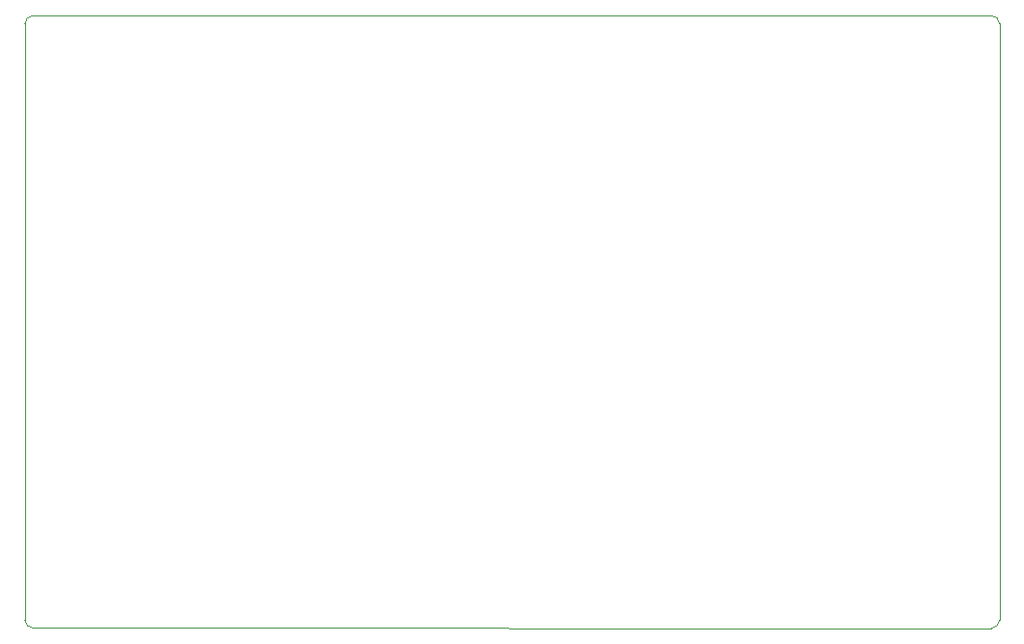
<source format=gbr>
%TF.GenerationSoftware,KiCad,Pcbnew,(6.0.5)*%
%TF.CreationDate,2022-06-06T22:05:02-07:00*%
%TF.ProjectId,diva-card,64697661-2d63-4617-9264-2e6b69636164,rev?*%
%TF.SameCoordinates,Original*%
%TF.FileFunction,Profile,NP*%
%FSLAX46Y46*%
G04 Gerber Fmt 4.6, Leading zero omitted, Abs format (unit mm)*
G04 Created by KiCad (PCBNEW (6.0.5)) date 2022-06-06 22:05:02*
%MOMM*%
%LPD*%
G01*
G04 APERTURE LIST*
%TA.AperFunction,Profile*%
%ADD10C,0.100000*%
%TD*%
G04 APERTURE END LIST*
D10*
X63600000Y-113650000D02*
X63600000Y-61350000D01*
X64300000Y-60650000D02*
G75*
G03*
X63600000Y-61350000I0J-700000D01*
G01*
X148305025Y-114355025D02*
X64300000Y-114350000D01*
X149005025Y-61344975D02*
G75*
G03*
X148305025Y-60644975I-700025J-25D01*
G01*
X148305025Y-114355025D02*
G75*
G03*
X149005025Y-113655025I-25J700025D01*
G01*
X149005025Y-61344975D02*
X149005025Y-113655025D01*
X64300000Y-60650000D02*
X148305025Y-60644975D01*
X63600000Y-113650000D02*
G75*
G03*
X64300000Y-114350000I700000J0D01*
G01*
M02*

</source>
